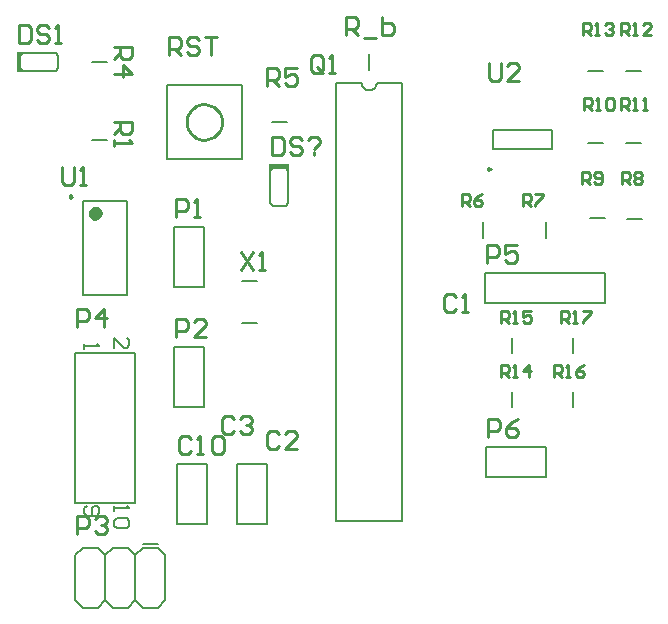
<source format=gto>
G04*
G04 #@! TF.GenerationSoftware,Altium Limited,Altium Designer,19.1.8 (144)*
G04*
G04 Layer_Color=65535*
%FSLAX25Y25*%
%MOIN*%
G70*
G01*
G75*
%ADD10C,0.00500*%
%ADD11C,0.00800*%
%ADD12C,0.01000*%
%ADD13C,0.02362*%
%ADD14C,0.00984*%
%ADD15C,0.00787*%
%ADD16R,0.00650X0.02300*%
%ADD17R,0.06700X0.01800*%
%ADD18R,0.00730X0.02560*%
%ADD19R,0.02300X0.00650*%
%ADD20R,0.01800X0.06700*%
%ADD21R,0.02560X0.00730*%
D10*
X147500Y183000D02*
X147690Y182043D01*
X148232Y181232D01*
X149043Y180690D01*
X150000Y180500D01*
X150957Y180690D01*
X151768Y181232D01*
X152310Y182043D01*
X152500Y183000D01*
X139000D02*
X147500D01*
X139000Y37000D02*
Y183000D01*
X152500D02*
X161000D01*
Y37000D02*
Y183000D01*
X139000Y37000D02*
X161000D01*
D11*
X117900Y154652D02*
X117050Y153802D01*
X122950D02*
X122100Y154652D01*
X117050Y142891D02*
X117900Y142041D01*
X122100D02*
X122950Y142891D01*
X33694Y187900D02*
X34544Y187050D01*
Y192950D02*
X33694Y192100D01*
X45456Y187050D02*
X46306Y187900D01*
Y192100D02*
X45456Y192950D01*
X79500Y28000D02*
X82000Y25500D01*
X72000D02*
X74500Y28000D01*
X69500D02*
X72000Y25500D01*
X62000D02*
X64500Y28000D01*
X59500D02*
X62000Y25500D01*
X52000D02*
X54500Y28000D01*
X82000Y10500D02*
Y25500D01*
X79500Y8000D02*
X82000Y10500D01*
X74500Y8000D02*
X79500D01*
X72000Y10500D02*
X74500Y8000D01*
X69500D02*
X72000Y10500D01*
X64500Y8000D02*
X69500D01*
X62000Y10500D02*
X64500Y8000D01*
X59500D02*
X62000Y10500D01*
X54500Y8000D02*
X59500D01*
X52000Y10500D02*
X54500Y8000D01*
X72000Y10500D02*
Y25500D01*
X62000Y10500D02*
Y25500D01*
X52000Y10500D02*
Y25500D01*
X54500Y28000D02*
X59500D01*
X64500D02*
X69500D01*
X74500D02*
X79500D01*
X74500Y29319D02*
X79500D01*
X117900Y154652D02*
X122100D01*
X117900Y142041D02*
X122100D01*
X117050Y142891D02*
Y153802D01*
X122950Y142891D02*
Y153802D01*
X33694Y187900D02*
Y192100D01*
X46306Y187900D02*
Y192100D01*
X34544Y187050D02*
X45456D01*
X34544Y192950D02*
X45456D01*
X107441Y102938D02*
X112600D01*
X107441Y117124D02*
X112600D01*
X65000Y42000D02*
Y40334D01*
Y41167D01*
X69998D01*
X69165Y42000D01*
Y37835D02*
X69998Y37002D01*
Y35335D01*
X69165Y34502D01*
X65833D01*
X65000Y35335D01*
Y37002D01*
X65833Y37835D01*
X69165D01*
X55833Y42000D02*
X55000Y41167D01*
Y39501D01*
X55833Y38668D01*
X59165D01*
X59998Y39501D01*
Y41167D01*
X59165Y42000D01*
X58332D01*
X57499Y41167D01*
Y38668D01*
X55000Y96000D02*
Y94334D01*
Y95167D01*
X59998D01*
X59165Y96000D01*
X65000Y94668D02*
Y98000D01*
X68332Y94668D01*
X69165D01*
X69998Y95501D01*
Y97167D01*
X69165Y98000D01*
D12*
X100906Y170000D02*
X100821Y170998D01*
X100568Y171967D01*
X100156Y172880D01*
X99595Y173710D01*
X98902Y174433D01*
X98096Y175029D01*
X97202Y175480D01*
X96244Y175773D01*
X95251Y175900D01*
X94250Y175858D01*
X93271Y175647D01*
X92341Y175273D01*
X91488Y174748D01*
X90737Y174086D01*
X90107Y173307D01*
X89619Y172432D01*
X89285Y171488D01*
X89116Y170501D01*
Y169499D01*
X89285Y168512D01*
X89619Y167568D01*
X90107Y166693D01*
X90737Y165914D01*
X91488Y165252D01*
X92341Y164727D01*
X93271Y164353D01*
X94250Y164142D01*
X95251Y164100D01*
X96244Y164227D01*
X97202Y164520D01*
X98096Y164971D01*
X98902Y165567D01*
X99595Y166290D01*
X100156Y167120D01*
X100568Y168033D01*
X100821Y169002D01*
X100906Y170000D01*
X221500Y174000D02*
Y177999D01*
X223499D01*
X224166Y177332D01*
Y175999D01*
X223499Y175333D01*
X221500D01*
X222833D02*
X224166Y174000D01*
X225499D02*
X226832D01*
X226165D01*
Y177999D01*
X225499Y177332D01*
X228831D02*
X229497Y177999D01*
X230830D01*
X231497Y177332D01*
Y174667D01*
X230830Y174000D01*
X229497D01*
X228831Y174667D01*
Y177332D01*
X181000Y142000D02*
Y145999D01*
X182999D01*
X183666Y145332D01*
Y143999D01*
X182999Y143333D01*
X181000D01*
X182333D02*
X183666Y142000D01*
X187664Y145999D02*
X186332Y145332D01*
X184999Y143999D01*
Y142666D01*
X185665Y142000D01*
X186998D01*
X187664Y142666D01*
Y143333D01*
X186998Y143999D01*
X184999D01*
X234000Y173937D02*
Y177936D01*
X235999D01*
X236666Y177269D01*
Y175936D01*
X235999Y175270D01*
X234000D01*
X235333D02*
X236666Y173937D01*
X237999D02*
X239332D01*
X238665D01*
Y177936D01*
X237999Y177269D01*
X241331Y173937D02*
X242664D01*
X241997D01*
Y177936D01*
X241331Y177269D01*
X221000Y149437D02*
Y153436D01*
X222999D01*
X223666Y152769D01*
Y151436D01*
X222999Y150770D01*
X221000D01*
X222333D02*
X223666Y149437D01*
X224999Y150103D02*
X225665Y149437D01*
X226998D01*
X227664Y150103D01*
Y152769D01*
X226998Y153436D01*
X225665D01*
X224999Y152769D01*
Y152103D01*
X225665Y151436D01*
X227664D01*
X211500Y85000D02*
Y88999D01*
X213499D01*
X214166Y88332D01*
Y86999D01*
X213499Y86333D01*
X211500D01*
X212833D02*
X214166Y85000D01*
X215499D02*
X216832D01*
X216165D01*
Y88999D01*
X215499Y88332D01*
X221497Y88999D02*
X220164Y88332D01*
X218831Y86999D01*
Y85666D01*
X219497Y85000D01*
X220830D01*
X221497Y85666D01*
Y86333D01*
X220830Y86999D01*
X218831D01*
X194000Y85000D02*
Y88999D01*
X195999D01*
X196666Y88332D01*
Y86999D01*
X195999Y86333D01*
X194000D01*
X195333D02*
X196666Y85000D01*
X197999D02*
X199332D01*
X198665D01*
Y88999D01*
X197999Y88332D01*
X203330Y85000D02*
Y88999D01*
X201331Y86999D01*
X203997D01*
X214000Y103000D02*
Y106999D01*
X215999D01*
X216666Y106332D01*
Y104999D01*
X215999Y104333D01*
X214000D01*
X215333D02*
X216666Y103000D01*
X217999D02*
X219332D01*
X218665D01*
Y106999D01*
X217999Y106332D01*
X221331Y106999D02*
X223997D01*
Y106332D01*
X221331Y103666D01*
Y103000D01*
X194000D02*
Y106999D01*
X195999D01*
X196666Y106332D01*
Y104999D01*
X195999Y104333D01*
X194000D01*
X195333D02*
X196666Y103000D01*
X197999D02*
X199332D01*
X198665D01*
Y106999D01*
X197999Y106332D01*
X203997Y106999D02*
X201331D01*
Y104999D01*
X202664Y105666D01*
X203330D01*
X203997Y104999D01*
Y103666D01*
X203330Y103000D01*
X201997D01*
X201331Y103666D01*
X119999Y65998D02*
X118999Y66998D01*
X117000D01*
X116000Y65998D01*
Y62000D01*
X117000Y61000D01*
X118999D01*
X119999Y62000D01*
X125997Y61000D02*
X121998D01*
X125997Y64999D01*
Y65998D01*
X124997Y66998D01*
X122998D01*
X121998Y65998D01*
X104999Y70998D02*
X103999Y71998D01*
X102000D01*
X101000Y70998D01*
Y67000D01*
X102000Y66000D01*
X103999D01*
X104999Y67000D01*
X106998Y70998D02*
X107998Y71998D01*
X109997D01*
X110997Y70998D01*
Y69999D01*
X109997Y68999D01*
X108997D01*
X109997D01*
X110997Y67999D01*
Y67000D01*
X109997Y66000D01*
X107998D01*
X106998Y67000D01*
X65000Y170000D02*
X70998D01*
Y167001D01*
X69998Y166001D01*
X67999D01*
X66999Y167001D01*
Y170000D01*
Y168001D02*
X65000Y166001D01*
Y164002D02*
Y162003D01*
Y163002D01*
X70998D01*
X69998Y164002D01*
X65000Y195000D02*
X70998D01*
Y192001D01*
X69998Y191001D01*
X67999D01*
X66999Y192001D01*
Y195000D01*
Y193001D02*
X65000Y191001D01*
Y186003D02*
X70998D01*
X67999Y189002D01*
Y185003D01*
X85600Y98400D02*
Y104398D01*
X88599D01*
X89599Y103398D01*
Y101399D01*
X88599Y100399D01*
X85600D01*
X95597Y98400D02*
X91598D01*
X95597Y102399D01*
Y103398D01*
X94597Y104398D01*
X92598D01*
X91598Y103398D01*
X85600Y138400D02*
Y144398D01*
X88599D01*
X89599Y143398D01*
Y141399D01*
X88599Y140399D01*
X85600D01*
X91598Y138400D02*
X93597D01*
X92598D01*
Y144398D01*
X91598Y143398D01*
X52600Y32700D02*
Y38698D01*
X55599D01*
X56599Y37698D01*
Y35699D01*
X55599Y34699D01*
X52600D01*
X58598Y37698D02*
X59598Y38698D01*
X61597D01*
X62597Y37698D01*
Y36699D01*
X61597Y35699D01*
X60597D01*
X61597D01*
X62597Y34699D01*
Y33700D01*
X61597Y32700D01*
X59598D01*
X58598Y33700D01*
X115900Y181900D02*
Y187898D01*
X118899D01*
X119899Y186898D01*
Y184899D01*
X118899Y183899D01*
X115900D01*
X117899D02*
X119899Y181900D01*
X125897Y187898D02*
X121898D01*
Y184899D01*
X123897Y185899D01*
X124897D01*
X125897Y184899D01*
Y182900D01*
X124897Y181900D01*
X122898D01*
X121898Y182900D01*
X117600Y165098D02*
Y159100D01*
X120599D01*
X121599Y160100D01*
Y164098D01*
X120599Y165098D01*
X117600D01*
X127597Y164098D02*
X126597Y165098D01*
X124598D01*
X123598Y164098D01*
Y163099D01*
X124598Y162099D01*
X126597D01*
X127597Y161099D01*
Y160100D01*
X126597Y159100D01*
X124598D01*
X123598Y160100D01*
X129596Y164098D02*
X130596Y165098D01*
X132595D01*
X133595Y164098D01*
Y163099D01*
X131596Y161099D01*
Y160100D02*
Y159100D01*
X142100Y199100D02*
Y205098D01*
X145099D01*
X146099Y204098D01*
Y202099D01*
X145099Y201099D01*
X142100D01*
X144099D02*
X146099Y199100D01*
X148098Y198100D02*
X152097D01*
X154096Y205098D02*
Y199100D01*
X157095D01*
X158095Y200100D01*
Y201099D01*
Y202099D01*
X157095Y203099D01*
X154096D01*
X52600Y101800D02*
Y107798D01*
X55599D01*
X56599Y106798D01*
Y104799D01*
X55599Y103799D01*
X52600D01*
X61597Y101800D02*
Y107798D01*
X58598Y104799D01*
X62597D01*
X90599Y64398D02*
X89599Y65398D01*
X87600D01*
X86600Y64398D01*
Y60400D01*
X87600Y59400D01*
X89599D01*
X90599Y60400D01*
X92598Y59400D02*
X94597D01*
X93598D01*
Y65398D01*
X92598Y64398D01*
X97596D02*
X98596Y65398D01*
X100595D01*
X101595Y64398D01*
Y60400D01*
X100595Y59400D01*
X98596D01*
X97596Y60400D01*
Y64398D01*
X134449Y187250D02*
Y191248D01*
X133449Y192248D01*
X131450D01*
X130450Y191248D01*
Y187250D01*
X131450Y186250D01*
X133449D01*
X132449Y188249D02*
X134449Y186250D01*
X133449D02*
X134449Y187250D01*
X136448Y186250D02*
X138447D01*
X137448D01*
Y192248D01*
X136448Y191248D01*
X178899Y111698D02*
X177899Y112698D01*
X175900D01*
X174900Y111698D01*
Y107700D01*
X175900Y106700D01*
X177899D01*
X178899Y107700D01*
X180898Y106700D02*
X182897D01*
X181898D01*
Y112698D01*
X180898Y111698D01*
X83250Y192150D02*
Y198148D01*
X86249D01*
X87249Y197148D01*
Y195149D01*
X86249Y194149D01*
X83250D01*
X85249D02*
X87249Y192150D01*
X93247Y197148D02*
X92247Y198148D01*
X90248D01*
X89248Y197148D01*
Y196149D01*
X90248Y195149D01*
X92247D01*
X93247Y194149D01*
Y193150D01*
X92247Y192150D01*
X90248D01*
X89248Y193150D01*
X95246Y198148D02*
X99245D01*
X97246D01*
Y192150D01*
X33250Y202348D02*
Y196350D01*
X36249D01*
X37249Y197350D01*
Y201348D01*
X36249Y202348D01*
X33250D01*
X43247Y201348D02*
X42247Y202348D01*
X40248D01*
X39248Y201348D01*
Y200349D01*
X40248Y199349D01*
X42247D01*
X43247Y198349D01*
Y197350D01*
X42247Y196350D01*
X40248D01*
X39248Y197350D01*
X45246Y196350D02*
X47245D01*
X46246D01*
Y202348D01*
X45246Y201348D01*
X47500Y155098D02*
Y150100D01*
X48500Y149100D01*
X50499D01*
X51499Y150100D01*
Y155098D01*
X53498Y149100D02*
X55497D01*
X54498D01*
Y155098D01*
X53498Y154098D01*
X107200Y126498D02*
X111199Y120500D01*
Y126498D02*
X107200Y120500D01*
X113198D02*
X115197D01*
X114198D01*
Y126498D01*
X113198Y125498D01*
X190000Y189744D02*
Y184745D01*
X191000Y183746D01*
X192999D01*
X193999Y184745D01*
Y189744D01*
X199997Y183746D02*
X195998D01*
X199997Y187744D01*
Y188744D01*
X198997Y189744D01*
X196998D01*
X195998Y188744D01*
X221400Y198900D02*
Y202899D01*
X223399D01*
X224066Y202232D01*
Y200899D01*
X223399Y200233D01*
X221400D01*
X222733D02*
X224066Y198900D01*
X225399D02*
X226732D01*
X226065D01*
Y202899D01*
X225399Y202232D01*
X228731D02*
X229397Y202899D01*
X230730D01*
X231397Y202232D01*
Y201566D01*
X230730Y200899D01*
X230064D01*
X230730D01*
X231397Y200233D01*
Y199566D01*
X230730Y198900D01*
X229397D01*
X228731Y199566D01*
X201137Y142100D02*
Y146099D01*
X203136D01*
X203803Y145432D01*
Y144099D01*
X203136Y143433D01*
X201137D01*
X202470D02*
X203803Y142100D01*
X205136Y146099D02*
X207802D01*
Y145432D01*
X205136Y142766D01*
Y142100D01*
X233900Y198900D02*
Y202899D01*
X235899D01*
X236566Y202232D01*
Y200899D01*
X235899Y200233D01*
X233900D01*
X235233D02*
X236566Y198900D01*
X237899D02*
X239232D01*
X238565D01*
Y202899D01*
X237899Y202232D01*
X243897Y198900D02*
X241231D01*
X243897Y201566D01*
Y202232D01*
X243230Y202899D01*
X241897D01*
X241231Y202232D01*
X234400Y149400D02*
Y153399D01*
X236399D01*
X237066Y152732D01*
Y151399D01*
X236399Y150733D01*
X234400D01*
X235733D02*
X237066Y149400D01*
X238399Y152732D02*
X239065Y153399D01*
X240398D01*
X241065Y152732D01*
Y152066D01*
X240398Y151399D01*
X241065Y150733D01*
Y150066D01*
X240398Y149400D01*
X239065D01*
X238399Y150066D01*
Y150733D01*
X239065Y151399D01*
X238399Y152066D01*
Y152732D01*
X239065Y151399D02*
X240398D01*
X189100Y122900D02*
Y128898D01*
X192099D01*
X193099Y127898D01*
Y125899D01*
X192099Y124899D01*
X189100D01*
X199097Y128898D02*
X195098D01*
Y125899D01*
X197097Y126899D01*
X198097D01*
X199097Y125899D01*
Y123900D01*
X198097Y122900D01*
X196098D01*
X195098Y123900D01*
X189600Y64900D02*
Y70898D01*
X192599D01*
X193599Y69898D01*
Y67899D01*
X192599Y66899D01*
X189600D01*
X199597Y70898D02*
X197597Y69898D01*
X195598Y67899D01*
Y65900D01*
X196598Y64900D01*
X198597D01*
X199597Y65900D01*
Y66899D01*
X198597Y67899D01*
X195598D01*
D13*
X59835Y139614D02*
X59390Y140538D01*
X58391Y140766D01*
X57589Y140127D01*
Y139102D01*
X58391Y138463D01*
X59390Y138691D01*
X59835Y139614D01*
D14*
X50878Y145126D02*
X50140Y145552D01*
Y144700D01*
X50878Y145126D01*
X190449Y154354D02*
X189711Y154780D01*
Y153928D01*
X190449Y154354D01*
D15*
X188000Y131441D02*
Y136559D01*
X235441Y163000D02*
X240559D01*
X222941D02*
X228059D01*
X223441Y138000D02*
X228559D01*
X217937Y74941D02*
Y80059D01*
X197563Y74941D02*
Y80059D01*
X217937Y92941D02*
Y98059D01*
X197563Y92941D02*
Y98059D01*
X106000Y36000D02*
Y56000D01*
Y36000D02*
X116000D01*
Y56000D01*
X106000D02*
X116000D01*
X57441Y163937D02*
X62559D01*
X57441Y190000D02*
X62559D01*
X85000Y75000D02*
X95000D01*
X85000D02*
Y95000D01*
X95000D01*
Y75000D02*
Y95000D01*
X85000Y135000D02*
X95000D01*
Y115000D02*
Y135000D01*
X85000Y115000D02*
X95000D01*
X85000D02*
Y135000D01*
X117441Y170000D02*
X122559D01*
X150000Y187441D02*
Y192559D01*
X52000Y43000D02*
Y93000D01*
X72000Y43000D02*
Y93000D01*
X52000D02*
X72000D01*
X52000Y43000D02*
X72000D01*
X86000Y36000D02*
Y56000D01*
Y36000D02*
X96000D01*
Y56000D01*
X86000D02*
X96000D01*
X107441Y157559D02*
Y182402D01*
X82598D02*
X107441D01*
X82598Y157559D02*
Y182402D01*
Y157559D02*
X107441D01*
X54717Y112449D02*
X69283D01*
X54717Y143551D02*
X69283D01*
Y112449D02*
Y143551D01*
X54717Y112449D02*
Y143551D01*
X210843Y160850D02*
Y167150D01*
X191157Y160850D02*
Y167150D01*
X210843D01*
X191157Y160850D02*
X210843D01*
X222941Y187063D02*
X228059D01*
X209000Y131441D02*
Y136559D01*
X235441Y187000D02*
X240559D01*
X235941Y137563D02*
X241059D01*
X228500Y109500D02*
Y119500D01*
X188500Y109500D02*
X228500D01*
X188500Y119500D02*
X228500D01*
X188500Y109500D02*
Y119500D01*
X189000Y51500D02*
Y61500D01*
X209000D01*
Y51500D02*
Y61500D01*
X189000Y51500D02*
X209000D01*
D16*
X116975Y154213D02*
D03*
D17*
X120000Y155213D02*
D03*
D18*
X122985Y154083D02*
D03*
D19*
X34133Y186975D02*
D03*
D20*
X33133Y190000D02*
D03*
D21*
X34263Y192985D02*
D03*
M02*

</source>
